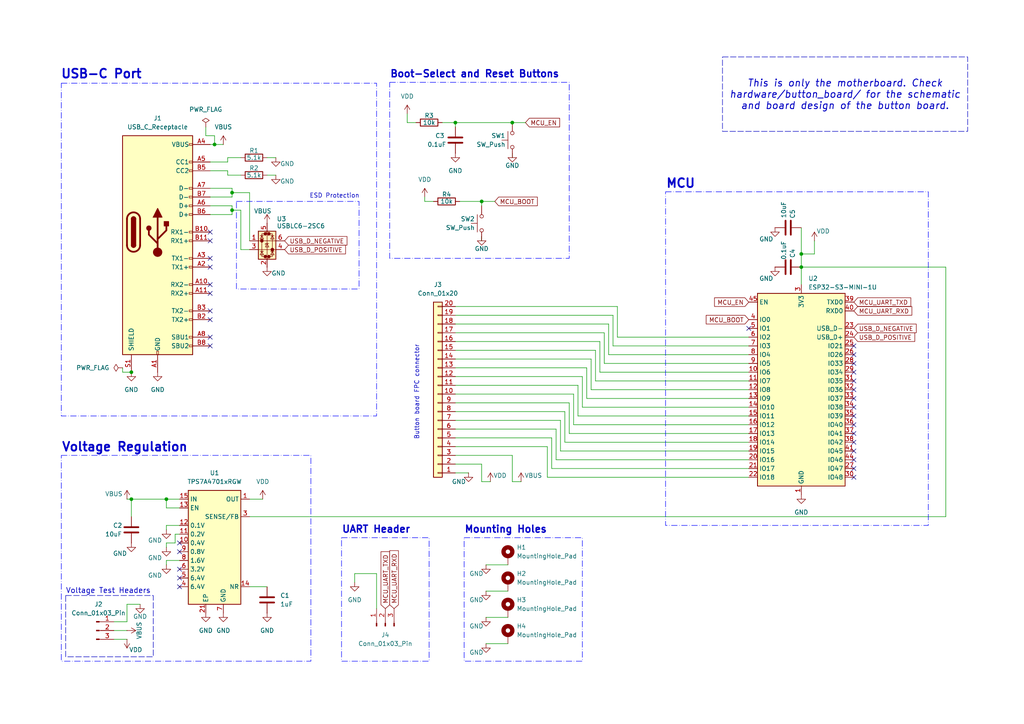
<source format=kicad_sch>
(kicad_sch (version 20250114) (generator "eeschema") (generator_version "9.0")
  (paper "A4")
  (title_block (title "NorthReach 1 - Motherboard") (date "2026-01-24") (rev "v1.0") (company "Stratos Thivaios") (comment 1 "CERN Open Hardware License v2 - Strongly Reciprocal") (comment 2 "Copyright © 2026 Stratos Thivaios") (comment 3 "github.com/sthivaios/northreach_1"))
  (lib_symbols
    (symbol "Connector:Conn_01x03_Pin" (pin_names (offset 1.016) (hide yes))
      (property "Reference" "J" (at 0 5.08 0))
      (property "Value" "Conn_01x03_Pin" (at 0 -5.08 0))
      (symbol "Conn_01x03_Pin_1_1"
        (rectangle (start 0.8636 2.667) (end 0 2.413) (stroke (width 0.1524)) (fill (type outline)))
        (rectangle (start 0.8636 0.127) (end 0 -0.127) (stroke (width 0.1524)) (fill (type outline)))
        (rectangle (start 0.8636 -2.413) (end 0 -2.667) (stroke (width 0.1524)) (fill (type outline)))
        (polyline (pts (xy 1.27 2.54) (xy 0.8636 2.54)) (stroke (width 0.1524)))
        (polyline (pts (xy 1.27 0) (xy 0.8636 0)) (stroke (width 0.1524)))
        (polyline (pts (xy 1.27 -2.54) (xy 0.8636 -2.54)) (stroke (width 0.1524)))
        (pin passive line (at 5.08 2.54 180) (length 3.81) (name "Pin_1") (number "1"))
        (pin passive line (at 5.08 0 180) (length 3.81) (name "Pin_2") (number "2"))
        (pin passive line (at 5.08 -2.54 180) (length 3.81) (name "Pin_3") (number "3"))
      )
    )
    (symbol "Connector:USB_C_Receptacle" (pin_names (offset 1.016))
      (property "Reference" "J" (at -10.16 29.21 0))
      (property "Value" "USB_C_Receptacle" (at 10.16 29.21 0))
      (symbol "USB_C_Receptacle_0_0"
        (rectangle (start -0.254 -35.56) (end 0.254 -34.544))
        (rectangle (start 10.16 25.654) (end 9.144 25.146))
        (rectangle (start 10.16 20.574) (end 9.144 20.066))
        (rectangle (start 10.16 18.034) (end 9.144 17.526))
        (rectangle (start 10.16 12.954) (end 9.144 12.446))
        (rectangle (start 10.16 10.414) (end 9.144 9.906))
        (rectangle (start 10.16 7.874) (end 9.144 7.366))
        (rectangle (start 10.16 5.334) (end 9.144 4.826))
        (rectangle (start 10.16 0.254) (end 9.144 -0.254))
        (rectangle (start 10.16 -2.286) (end 9.144 -2.794))
        (rectangle (start 10.16 -7.366) (end 9.144 -7.874))
        (rectangle (start 10.16 -9.906) (end 9.144 -10.414))
        (rectangle (start 10.16 -14.986) (end 9.144 -15.494))
        (rectangle (start 10.16 -17.526) (end 9.144 -18.034))
        (rectangle (start 10.16 -22.606) (end 9.144 -23.114))
        (rectangle (start 10.16 -25.146) (end 9.144 -25.654))
        (rectangle (start 10.16 -30.226) (end 9.144 -30.734))
        (rectangle (start 10.16 -32.766) (end 9.144 -33.274))
      )
      (symbol "USB_C_Receptacle_0_1"
        (rectangle (start -10.16 27.94) (end 10.16 -35.56) (stroke (width 0.254)) (fill (type background)))
        (polyline (pts (xy -8.89 -3.81) (xy -8.89 3.81)) (stroke (width 0.508)))
        (rectangle (start -7.62 -3.81) (end -6.35 3.81) (stroke (width 0.254)) (fill (type outline)))
        (arc (start -7.62 3.81) (mid -6.985 4.4423) (end -6.35 3.81) (stroke (width 0.254)))
        (arc (start -7.62 3.81) (mid -6.985 4.4423) (end -6.35 3.81) (stroke (width 0.254)) (fill (type outline)))
        (arc (start -8.89 3.81) (mid -6.985 5.7067) (end -5.08 3.81) (stroke (width 0.508)))
        (arc (start -5.08 -3.81) (mid -6.985 -5.7067) (end -8.89 -3.81) (stroke (width 0.508)))
        (arc (start -6.35 -3.81) (mid -6.985 -4.4423) (end -7.62 -3.81) (stroke (width 0.254)))
        (arc (start -6.35 -3.81) (mid -6.985 -4.4423) (end -7.62 -3.81) (stroke (width 0.254)) (fill (type outline)))
        (polyline (pts (xy -5.08 3.81) (xy -5.08 -3.81)) (stroke (width 0.508)))
      )
      (symbol "USB_C_Receptacle_1_1"
        (circle (center -2.54 1.143) (radius 0.635) (stroke (width 0.254)) (fill (type outline)))
        (polyline (pts (xy -1.27 4.318) (xy 0 6.858) (xy 1.27 4.318) (xy -1.27 4.318)) (stroke (width 0.254)) (fill (type outline)))
        (polyline (pts (xy 0 -2.032) (xy 2.54 0.508) (xy 2.54 1.778)) (stroke (width 0.508)))
        (polyline (pts (xy 0 -3.302) (xy -2.54 -0.762) (xy -2.54 0.508)) (stroke (width 0.508)))
        (polyline (pts (xy 0 -5.842) (xy 0 4.318)) (stroke (width 0.508)))
        (circle (center 0 -5.842) (radius 1.27) (fill (type outline)))
        (rectangle (start 1.905 1.778) (end 3.175 3.048) (stroke (width 0.254)) (fill (type outline)))
        (pin passive line (at -7.62 -40.64 90) (length 5.08) (name "SHIELD") (number "S1"))
        (pin passive line (at 0 -40.64 90) (length 5.08) (name "GND") (number "A1"))
        (pin passive line (at 0 -40.64 90) (length 5.08) (hide yes) (name "GND") (number "A12"))
        (pin passive line (at 0 -40.64 90) (length 5.08) (hide yes) (name "GND") (number "B1"))
        (pin passive line (at 0 -40.64 90) (length 5.08) (hide yes) (name "GND") (number "B12"))
        (pin passive line (at 15.24 25.4 180) (length 5.08) (name "VBUS") (number "A4"))
        (pin passive line (at 15.24 25.4 180) (length 5.08) (hide yes) (name "VBUS") (number "A9"))
        (pin passive line (at 15.24 25.4 180) (length 5.08) (hide yes) (name "VBUS") (number "B4"))
        (pin passive line (at 15.24 25.4 180) (length 5.08) (hide yes) (name "VBUS") (number "B9"))
        (pin bidirectional line (at 15.24 20.32 180) (length 5.08) (name "CC1") (number "A5"))
        (pin bidirectional line (at 15.24 17.78 180) (length 5.08) (name "CC2") (number "B5"))
        (pin bidirectional line (at 15.24 12.7 180) (length 5.08) (name "D-") (number "A7"))
        (pin bidirectional line (at 15.24 10.16 180) (length 5.08) (name "D-") (number "B7"))
        (pin bidirectional line (at 15.24 7.62 180) (length 5.08) (name "D+") (number "A6"))
        (pin bidirectional line (at 15.24 5.08 180) (length 5.08) (name "D+") (number "B6"))
        (pin bidirectional line (at 15.24 0 180) (length 5.08) (name "RX1-") (number "B10"))
        (pin bidirectional line (at 15.24 -2.54 180) (length 5.08) (name "RX1+") (number "B11"))
        (pin bidirectional line (at 15.24 -7.62 180) (length 5.08) (name "TX1-") (number "A3"))
        (pin bidirectional line (at 15.24 -10.16 180) (length 5.08) (name "TX1+") (number "A2"))
        (pin bidirectional line (at 15.24 -15.24 180) (length 5.08) (name "RX2-") (number "A10"))
        (pin bidirectional line (at 15.24 -17.78 180) (length 5.08) (name "RX2+") (number "A11"))
        (pin bidirectional line (at 15.24 -22.86 180) (length 5.08) (name "TX2-") (number "B3"))
        (pin bidirectional line (at 15.24 -25.4 180) (length 5.08) (name "TX2+") (number "B2"))
        (pin bidirectional line (at 15.24 -30.48 180) (length 5.08) (name "SBU1") (number "A8"))
        (pin bidirectional line (at 15.24 -33.02 180) (length 5.08) (name "SBU2") (number "B8"))
      )
    )
    (symbol "Connector_Generic:Conn_01x20" (pin_names (offset 1.016) (hide yes))
      (property "Reference" "J" (at 0 25.4 0))
      (property "Value" "Conn_01x20" (at 0 -27.94 0))
      (symbol "Conn_01x20_1_1"
        (rectangle (start -1.27 24.13) (end 1.27 -26.67) (stroke (width 0.254)) (fill (type background)))
        (rectangle (start -1.27 22.987) (end 0 22.733) (stroke (width 0.1524)))
        (rectangle (start -1.27 20.447) (end 0 20.193) (stroke (width 0.1524)))
        (rectangle (start -1.27 17.907) (end 0 17.653) (stroke (width 0.1524)))
        (rectangle (start -1.27 15.367) (end 0 15.113) (stroke (width 0.1524)))
        (rectangle (start -1.27 12.827) (end 0 12.573) (stroke (width 0.1524)))
        (rectangle (start -1.27 10.287) (end 0 10.033) (stroke (width 0.1524)))
        (rectangle (start -1.27 7.747) (end 0 7.493) (stroke (width 0.1524)))
        (rectangle (start -1.27 5.207) (end 0 4.953) (stroke (width 0.1524)))
        (rectangle (start -1.27 2.667) (end 0 2.413) (stroke (width 0.1524)))
        (rectangle (start -1.27 0.127) (end 0 -0.127) (stroke (width 0.1524)))
        (rectangle (start -1.27 -2.413) (end 0 -2.667) (stroke (width 0.1524)))
        (rectangle (start -1.27 -4.953) (end 0 -5.207) (stroke (width 0.1524)))
        (rectangle (start -1.27 -7.493) (end 0 -7.747) (stroke (width 0.1524)))
        (rectangle (start -1.27 -10.033) (end 0 -10.287) (stroke (width 0.1524)))
        (rectangle (start -1.27 -12.573) (end 0 -12.827) (stroke (width 0.1524)))
        (rectangle (start -1.27 -15.113) (end 0 -15.367) (stroke (width 0.1524)))
        (rectangle (start -1.27 -17.653) (end 0 -17.907) (stroke (width 0.1524)))
        (rectangle (start -1.27 -20.193) (end 0 -20.447) (stroke (width 0.1524)))
        (rectangle (start -1.27 -22.733) (end 0 -22.987) (stroke (width 0.1524)))
        (rectangle (start -1.27 -25.273) (end 0 -25.527) (stroke (width 0.1524)))
        (pin passive line (at -5.08 22.86 0) (length 3.81) (name "Pin_1") (number "1"))
        (pin passive line (at -5.08 20.32 0) (length 3.81) (name "Pin_2") (number "2"))
        (pin passive line (at -5.08 17.78 0) (length 3.81) (name "Pin_3") (number "3"))
        (pin passive line (at -5.08 15.24 0) (length 3.81) (name "Pin_4") (number "4"))
        (pin passive line (at -5.08 12.7 0) (length 3.81) (name "Pin_5") (number "5"))
        (pin passive line (at -5.08 10.16 0) (length 3.81) (name "Pin_6") (number "6"))
        (pin passive line (at -5.08 7.62 0) (length 3.81) (name "Pin_7") (number "7"))
        (pin passive line (at -5.08 5.08 0) (length 3.81) (name "Pin_8") (number "8"))
        (pin passive line (at -5.08 2.54 0) (length 3.81) (name "Pin_9") (number "9"))
        (pin passive line (at -5.08 0 0) (length 3.81) (name "Pin_10") (number "10"))
        (pin passive line (at -5.08 -2.54 0) (length 3.81) (name "Pin_11") (number "11"))
        (pin passive line (at -5.08 -5.08 0) (length 3.81) (name "Pin_12") (number "12"))
        (pin passive line (at -5.08 -7.62 0) (length 3.81) (name "Pin_13") (number "13"))
        (pin passive line (at -5.08 -10.16 0) (length 3.81) (name "Pin_14") (number "14"))
        (pin passive line (at -5.08 -12.7 0) (length 3.81) (name "Pin_15") (number "15"))
        (pin passive line (at -5.08 -15.24 0) (length 3.81) (name "Pin_16") (number "16"))
        (pin passive line (at -5.08 -17.78 0) (length 3.81) (name "Pin_17") (number "17"))
        (pin passive line (at -5.08 -20.32 0) (length 3.81) (name "Pin_18") (number "18"))
        (pin passive line (at -5.08 -22.86 0) (length 3.81) (name "Pin_19") (number "19"))
        (pin passive line (at -5.08 -25.4 0) (length 3.81) (name "Pin_20") (number "20"))
      )
    )
    (symbol "Device:C" (pin_numbers (hide yes)) (pin_names (offset 0.254))
      (property "Reference" "C" (at 0.635 2.54 0))
      (property "Value" "C" (at 0.635 -2.54 0))
      (symbol "C_0_1"
        (polyline (pts (xy -2.032 0.762) (xy 2.032 0.762)) (stroke (width 0.508)))
        (polyline (pts (xy -2.032 -0.762) (xy 2.032 -0.762)) (stroke (width 0.508)))
      )
      (symbol "C_1_1"
        (pin passive line (at 0 3.81 270) (length 2.794) (name "~") (number "1"))
        (pin passive line (at 0 -3.81 90) (length 2.794) (name "~") (number "2"))
      )
    )
    (symbol "Device:R" (pin_numbers (hide yes)) (pin_names (offset 0))
      (property "Reference" "R" (at 2.032 0 90))
      (property "Value" "R" (at 0 0 90))
      (symbol "R_0_1"
        (rectangle (start -1.016 -2.54) (end 1.016 2.54) (stroke (width 0.254)))
      )
      (symbol "R_1_1"
        (pin passive line (at 0 3.81 270) (length 1.27) (name "~") (number "1"))
        (pin passive line (at 0 -3.81 90) (length 1.27) (name "~") (number "2"))
      )
    )
    (symbol "Mechanical:MountingHole_Pad" (pin_numbers (hide yes)) (pin_names (offset 1.016) (hide yes)) (in_bom no)
      (property "Reference" "H" (at 0 6.35 0))
      (property "Value" "MountingHole_Pad" (at 0 4.445 0))
      (symbol "MountingHole_Pad_0_1"
        (circle (center 0 1.27) (radius 1.27) (stroke (width 1.27)))
      )
      (symbol "MountingHole_Pad_1_1"
        (pin input line (at 0 -2.54 90) (length 2.54) (name "1") (number "1"))
      )
    )
    (symbol "Power_Protection:USBLC6-2SC6" (pin_names (hide yes))
      (property "Reference" "U" (at 0.635 5.715 0))
      (property "Value" "USBLC6-2SC6" (at 0.635 3.81 0))
      (symbol "USBLC6-2SC6_0_0"
        (circle (center -1.524 0) (radius 0.0001) (stroke (width 0.508)))
        (circle (center -0.508 2.032) (radius 0.0001) (stroke (width 0.508)))
        (circle (center -0.508 -4.572) (radius 0.0001) (stroke (width 0.508)))
        (circle (center 0.508 2.032) (radius 0.0001) (stroke (width 0.508)))
        (circle (center 0.508 -4.572) (radius 0.0001) (stroke (width 0.508)))
        (circle (center 1.524 -2.54) (radius 0.0001) (stroke (width 0.508)))
      )
      (symbol "USBLC6-2SC6_0_1"
        (polyline (pts (xy -2.54 0) (xy 2.54 0)))
        (polyline (pts (xy -2.54 -2.54) (xy 2.54 -2.54)))
        (polyline (pts (xy -2.032 0.508) (xy -1.016 0.508) (xy -1.524 1.524) (xy -2.032 0.508)))
        (polyline (pts (xy -2.032 -3.048) (xy -1.016 -3.048)))
        (polyline (pts (xy -1.016 1.524) (xy -2.032 1.524)))
        (polyline (pts (xy -1.016 -4.064) (xy -2.032 -4.064) (xy -1.524 -3.048) (xy -1.016 -4.064)))
        (polyline (pts (xy -0.508 -1.143) (xy -0.508 -0.762) (xy 0.508 -0.762)))
        (polyline (pts (xy 0 2.54) (xy -0.508 2.032) (xy 0.508 2.032) (xy 0 1.524) (xy 0 -4.064) (xy -0.508 -4.572) (xy 0.508 -4.572) (xy 0 -5.08)))
        (polyline (pts (xy 0.508 -1.778) (xy -0.508 -1.778) (xy 0 -0.762) (xy 0.508 -1.778)))
        (polyline (pts (xy 1.016 1.524) (xy 2.032 1.524)))
        (polyline (pts (xy 1.016 -3.048) (xy 2.032 -3.048)))
        (polyline (pts (xy 2.032 0.508) (xy 1.016 0.508) (xy 1.524 1.524) (xy 2.032 0.508)))
        (polyline (pts (xy 2.032 -4.064) (xy 1.016 -4.064) (xy 1.524 -3.048) (xy 2.032 -4.064)))
      )
      (symbol "USBLC6-2SC6_1_1"
        (rectangle (start -2.54 2.794) (end 2.54 -5.334) (stroke (width 0.254)) (fill (type background)))
        (polyline (pts (xy -0.508 2.032) (xy -1.524 2.032) (xy -1.524 -4.572) (xy -0.508 -4.572)))
        (polyline (pts (xy 0.508 -4.572) (xy 1.524 -4.572) (xy 1.524 2.032) (xy 0.508 2.032)))
        (pin passive line (at -5.08 0 0) (length 2.54) (name "I/O1") (number "1"))
        (pin passive line (at -5.08 -2.54 0) (length 2.54) (name "I/O2") (number "3"))
        (pin passive line (at 0 5.08 270) (length 2.54) (name "VBUS") (number "5"))
        (pin passive line (at 0 -7.62 90) (length 2.54) (name "GND") (number "2"))
        (pin passive line (at 5.08 0 180) (length 2.54) (name "I/O1") (number "6"))
        (pin passive line (at 5.08 -2.54 180) (length 2.54) (name "I/O2") (number "4"))
      )
    )
    (symbol "RF_Module:ESP32-S3-MINI-1U"
      (property "Reference" "U" (at -11.43 29.21 0))
      (property "Value" "ESP32-S3-MINI-1U" (at 12.7 29.21 0))
      (symbol "ESP32-S3-MINI-1U_0_1"
        (rectangle (start -12.7 27.94) (end 12.7 -27.94) (stroke (width 0.254)) (fill (type background)))
      )
      (symbol "ESP32-S3-MINI-1U_1_1"
        (pin input line (at -15.24 25.4 0) (length 2.54) (name "EN") (number "45"))
        (pin bidirectional line (at -15.24 20.32 0) (length 2.54) (name "IO0") (number "4"))
        (pin bidirectional line (at -15.24 17.78 0) (length 2.54) (name "IO1") (number "5"))
        (pin bidirectional line (at -15.24 15.24 0) (length 2.54) (name "IO2") (number "6"))
        (pin bidirectional line (at -15.24 12.7 0) (length 2.54) (name "IO3") (number "7"))
        (pin bidirectional line (at -15.24 10.16 0) (length 2.54) (name "IO4") (number "8"))
        (pin bidirectional line (at -15.24 7.62 0) (length 2.54) (name "IO5") (number "9"))
        (pin bidirectional line (at -15.24 5.08 0) (length 2.54) (name "IO6") (number "10"))
        (pin bidirectional line (at -15.24 2.54 0) (length 2.54) (name "IO7") (number "11"))
        (pin bidirectional line (at -15.24 0 0) (length 2.54) (name "IO8") (number "12"))
        (pin bidirectional line (at -15.24 -2.54 0) (length 2.54) (name "IO9") (number "13"))
        (pin bidirectional line (at -15.24 -5.08 0) (length 2.54) (name "IO10") (number "14"))
        (pin bidirectional line (at -15.24 -7.62 0) (length 2.54) (name "IO11") (number "15"))
        (pin bidirectional line (at -15.24 -10.16 0) (length 2.54) (name "IO12") (number "16"))
        (pin bidirectional line (at -15.24 -12.7 0) (length 2.54) (name "IO13") (number "17"))
        (pin bidirectional line (at -15.24 -15.24 0) (length 2.54) (name "IO14") (number "18"))
        (pin bidirectional line (at -15.24 -17.78 0) (length 2.54) (name "IO15") (number "19"))
        (pin bidirectional line (at -15.24 -20.32 0) (length 2.54) (name "IO16") (number "20"))
        (pin bidirectional line (at -15.24 -22.86 0) (length 2.54) (name "IO17") (number "21"))
        (pin bidirectional line (at -15.24 -25.4 0) (length 2.54) (name "IO18") (number "22"))
        (pin power_in line (at 0 30.48 270) (length 2.54) (name "3V3") (number "3"))
        (pin power_in line (at 0 -30.48 90) (length 2.54) (name "GND") (number "1"))
        (pin passive line (at 0 -30.48 90) (length 2.54) (hide yes) (name "GND") (number "2"))
        (pin passive line (at 0 -30.48 90) (length 2.54) (hide yes) (name "GND") (number "42"))
        (pin passive line (at 0 -30.48 90) (length 2.54) (hide yes) (name "GND") (number "43"))
        (pin passive line (at 0 -30.48 90) (length 2.54) (hide yes) (name "GND") (number "46"))
        (pin passive line (at 0 -30.48 90) (length 2.54) (hide yes) (name "GND") (number "47"))
        (pin passive line (at 0 -30.48 90) (length 2.54) (hide yes) (name "GND") (number "48"))
        (pin passive line (at 0 -30.48 90) (length 2.54) (hide yes) (name "GND") (number "49"))
        (pin passive line (at 0 -30.48 90) (length 2.54) (hide yes) (name "GND") (number "50"))
        (pin passive line (at 0 -30.48 90) (length 2.54) (hide yes) (name "GND") (number "51"))
        (pin passive line (at 0 -30.48 90) (length 2.54) (hide yes) (name "GND") (number "52"))
        (pin passive line (at 0 -30.48 90) (length 2.54) (hide yes) (name "GND") (number "53"))
        (pin passive line (at 0 -30.48 90) (length 2.54) (hide yes) (name "GND") (number "54"))
        (pin passive line (at 0 -30.48 90) (length 2.54) (hide yes) (name "GND") (number "55"))
        (pin passive line (at 0 -30.48 90) (length 2.54) (hide yes) (name "GND") (number "56"))
        (pin passive line (at 0 -30.48 90) (length 2.54) (hide yes) (name "GND") (number "57"))
        (pin passive line (at 0 -30.48 90) (length 2.54) (hide yes) (name "GND") (number "58"))
        (pin passive line (at 0 -30.48 90) (length 2.54) (hide yes) (name "GND") (number "59"))
        (pin passive line (at 0 -30.48 90) (length 2.54) (hide yes) (name "GND") (number "60"))
        (pin passive line (at 0 -30.48 90) (length 2.54) (hide yes) (name "GND") (number "61"))
        (pin passive line (at 0 -30.48 90) (length 2.54) (hide yes) (name "GND") (number "62"))
        (pin passive line (at 0 -30.48 90) (length 2.54) (hide yes) (name "GND") (number "63"))
        (pin passive line (at 0 -30.48 90) (length 2.54) (hide yes) (name "GND") (number "64"))
        (pin passive line (at 0 -30.48 90) (length 2.54) (hide yes) (name "GND") (number "65"))
        (pin bidirectional line (at 15.24 25.4 180) (length 2.54) (name "TXD0") (number "39"))
        (pin bidirectional line (at 15.24 22.86 180) (length 2.54) (name "RXD0") (number "40"))
        (pin bidirectional line (at 15.24 17.78 180) (length 2.54) (name "USB_D-") (number "23"))
        (pin bidirectional line (at 15.24 15.24 180) (length 2.54) (name "USB_D+") (number "24"))
        (pin bidirectional line (at 15.24 12.7 180) (length 2.54) (name "IO21") (number "25"))
        (pin bidirectional line (at 15.24 10.16 180) (length 2.54) (name "IO26") (number "26"))
        (pin bidirectional line (at 15.24 7.62 180) (length 2.54) (name "IO33") (number "28"))
        (pin bidirectional line (at 15.24 5.08 180) (length 2.54) (name "IO34") (number "29"))
        (pin bidirectional line (at 15.24 2.54 180) (length 2.54) (name "IO35") (number "31"))
        (pin bidirectional line (at 15.24 0 180) (length 2.54) (name "IO36") (number "32"))
        (pin bidirectional line (at 15.24 -2.54 180) (length 2.54) (name "IO37") (number "33"))
        (pin bidirectional line (at 15.24 -5.08 180) (length 2.54) (name "IO38") (number "34"))
        (pin bidirectional line (at 15.24 -7.62 180) (length 2.54) (name "IO39") (number "35"))
        (pin bidirectional line (at 15.24 -10.16 180) (length 2.54) (name "IO40") (number "36"))
        (pin bidirectional line (at 15.24 -12.7 180) (length 2.54) (name "IO41") (number "37"))
        (pin bidirectional line (at 15.24 -15.24 180) (length 2.54) (name "IO42") (number "38"))
        (pin bidirectional line (at 15.24 -17.78 180) (length 2.54) (name "IO45") (number "41"))
        (pin bidirectional line (at 15.24 -20.32 180) (length 2.54) (name "IO46") (number "44"))
        (pin bidirectional line (at 15.24 -22.86 180) (length 2.54) (name "IO47") (number "27"))
        (pin bidirectional line (at 15.24 -25.4 180) (length 2.54) (name "IO48") (number "30"))
      )
    )
    (symbol "Regulator_Linear:TPS7A4701xRGW"
      (property "Reference" "U" (at -6.35 19.05 0))
      (property "Value" "TPS7A4701xRGW" (at 3.81 19.05 0))
      (symbol "TPS7A4701xRGW_0_1"
        (rectangle (start -7.62 17.78) (end 7.62 -15.24) (stroke (width 0.254)) (fill (type background)))
      )
      (symbol "TPS7A4701xRGW_1_1"
        (pin power_in line (at -10.16 15.24 0) (length 2.54) (name "IN") (number "15"))
        (pin passive line (at -10.16 15.24 0) (length 2.54) (hide yes) (name "IN") (number "16"))
        (pin input line (at -10.16 12.7 0) (length 2.54) (name "EN") (number "13"))
        (pin input line (at -10.16 7.62 0) (length 2.54) (name "0.1V") (number "12"))
        (pin input line (at -10.16 5.08 0) (length 2.54) (name "0.2V") (number "11"))
        (pin input line (at -10.16 2.54 0) (length 2.54) (name "0.4V") (number "10"))
        (pin input line (at -10.16 0 0) (length 2.54) (name "0.8V") (number "9"))
        (pin input line (at -10.16 -2.54 0) (length 2.54) (name "1.6V") (number "8"))
        (pin input line (at -10.16 -5.08 0) (length 2.54) (name "3.2V") (number "6"))
        (pin input line (at -10.16 -7.62 0) (length 2.54) (name "6.4V") (number "5"))
        (pin input line (at -10.16 -10.16 0) (length 2.54) (name "6.4V") (number "4"))
        (pin passive line (at -2.54 -17.78 90) (length 2.54) (name "EP") (number "21"))
        (pin power_in line (at 2.54 -17.78 90) (length 2.54) (name "GND") (number "7"))
        (pin power_out line (at 10.16 15.24 180) (length 2.54) (name "OUT") (number "1"))
        (pin power_out line (at 10.16 15.24 180) (length 2.54) (hide yes) (name "OUT") (number "20"))
        (pin input line (at 10.16 10.16 180) (length 2.54) (name "SENSE/FB") (number "3"))
        (pin passive line (at 10.16 -10.16 180) (length 2.54) (name "NR") (number "14"))
      )
    )
    (symbol "Switch:SW_Push" (pin_numbers (hide yes)) (pin_names (offset 1.016) (hide yes))
      (property "Reference" "SW" (at 1.27 2.54 0))
      (property "Value" "SW_Push" (at 0 -1.524 0))
      (symbol "SW_Push_0_1"
        (circle (center -2.032 0) (radius 0.508))
        (polyline (pts (xy 0 1.27) (xy 0 3.048)))
        (circle (center 2.032 0) (radius 0.508))
        (polyline (pts (xy 2.54 1.27) (xy -2.54 1.27)))
        (pin passive line (at -5.08 0 0) (length 2.54) (name "1") (number "1"))
        (pin passive line (at 5.08 0 180) (length 2.54) (name "2") (number "2"))
      )
    )
    (symbol "power:GND" (power) (pin_numbers (hide yes)) (pin_names (offset 0) (hide yes))
      (property "Value" "GND" (at 0 -3.81 0))
      (symbol "GND_0_1"
        (polyline (pts (xy 0 0) (xy 0 -1.27) (xy 1.27 -1.27) (xy 0 -2.54) (xy -1.27 -1.27) (xy 0 -1.27)))
      )
      (symbol "GND_1_1"
        (pin power_in line (at 0 0 270) (length 0) (name "~") (number "1"))
      )
    )
    (symbol "power:PWR_FLAG" (power) (pin_numbers (hide yes)) (pin_names (offset 0) (hide yes))
      (property "Value" "PWR_FLAG" (at 0 3.81 0))
      (symbol "PWR_FLAG_0_0"
        (pin power_out line (at 0 0 90) (length 0) (name "~") (number "1"))
      )
      (symbol "PWR_FLAG_0_1"
        (polyline (pts (xy 0 0) (xy 0 1.27) (xy -1.016 1.905) (xy 0 2.54) (xy 1.016 1.905) (xy 0 1.27)))
      )
    )
    (symbol "power:VBUS" (power) (pin_numbers (hide yes)) (pin_names (offset 0) (hide yes))
      (property "Value" "VBUS" (at 0 3.556 0))
      (symbol "VBUS_0_1"
        (polyline (pts (xy -0.762 1.27) (xy 0 2.54)))
        (polyline (pts (xy 0 2.54) (xy 0.762 1.27)))
        (polyline (pts (xy 0 0) (xy 0 2.54)))
      )
      (symbol "VBUS_1_1"
        (pin power_in line (at 0 0 90) (length 0) (name "~") (number "1"))
      )
    )
    (symbol "power:VDD" (power) (pin_numbers (hide yes)) (pin_names (offset 0) (hide yes))
      (property "Value" "VDD" (at 0 3.556 0))
      (symbol "VDD_0_1"
        (polyline (pts (xy -0.762 1.27) (xy 0 2.54)))
        (polyline (pts (xy 0 2.54) (xy 0.762 1.27)))
        (polyline (pts (xy 0 0) (xy 0 2.54)))
      )
      (symbol "VDD_1_1"
        (pin power_in line (at 0 0 90) (length 0) (name "~") (number "1"))
      )
    )
  )
  (rectangle (start 193.04 55.626) (end 269.24 152.4) (stroke (width 0) (type dash_dot) (color 0 1 255 1)))
  (rectangle (start 19.05 172.72) (end 44.45 190.5) (stroke (width 0) (type dash)))
  (rectangle (start 134.62 155.956) (end 168.91 191.77) (stroke (width 0) (type dash_dot) (color 0 1 255 1)))
  (rectangle (start 17.78 24.13) (end 109.22 120.65) (stroke (width 0) (type dash_dot) (color 0 1 255 1)))
  (rectangle (start 113.03 23.876) (end 165.1 74.93) (stroke (width 0) (type dash_dot) (color 0 1 255 1)))
  (rectangle (start 68.58 58.42) (end 104.14 83.82) (stroke (width 0) (type dash_dot) (color 0 1 255 1)))
  (rectangle (start 17.78 132.08) (end 90.17 191.77) (stroke (width 0) (type dash_dot) (color 0 1 255 1)))
  (rectangle (start 99.06 155.956) (end 124.46 191.77) (stroke (width 0) (type dash_dot) (color 0 1 255 1)))
  (text "Voltage Regulation" (at 17.78 129.794 0) (effects (font (size 2.54 2.54) (thickness 0.508) (bold yes)) (justify left)))
  (text "Voltage Test Headers" (at 19.05 171.45 0) (effects (font (size 1.524 1.524) (thickness 0.1905)) (justify left)))
  (text "Mounting Holes" (at 134.62 153.67 0) (effects (font (size 2.032 2.032) (thickness 0.4064) (bold yes)) (justify left)))
  (text "UART Header" (at 99.06 153.67 0) (effects (font (size 2.032 2.032) (thickness 0.4064) (bold yes)) (justify left)))
  (text "Boot-Select and Reset Buttons" (at 113.03 21.59 0) (effects (font (size 2.032 2.032) (thickness 0.4064) (bold yes)) (justify left)))
  (text "Button board FPC connector" (at 120.904 113.792 90) (effects (font (size 1.27 1.27))))
  (text "MCU" (at 193.04 53.34 0) (effects (font (size 2.54 2.54) (thickness 0.508) (bold yes)) (justify left)))
  (text "ESD Protection" (at 97.028 56.896 0) (effects (font (size 1.27 1.27))))
  (text "USB-C Port" (at 17.526 21.59 0) (effects (font (size 2.54 2.54) (thickness 0.508) (bold yes)) (justify left)))
  (text_box "This is only the motherboard. Check hardware/button_board/ for the schematic and board design of the button board." (at 209.55 16.51 0) (size 71.12 21.59) (margins 0.9525 0.9525 0.9525 0.9525) (stroke (width 0) (type dash)) (effects (font (size 2.032 2.032) (thickness 0.254) (italic yes))))
  (junction (at 38.1 144.78))
  (junction (at 139.7 58.42))
  (junction (at 38.1 107.95))
  (junction (at 232.41 77.47))
  (junction (at 62.23 41.91))
  (junction (at 148.59 35.56))
  (junction (at 232.41 73.66))
  (junction (at 67.31 60.96))
  (junction (at 67.31 55.88))
  (junction (at 132.08 35.56))
  (junction (at 48.26 144.78))
  (no_connect (at 247.65 115.57))
  (no_connect (at 247.65 100.33))
  (no_connect (at 52.07 165.1))
  (no_connect (at 247.65 120.65))
  (no_connect (at 247.65 133.35))
  (no_connect (at 52.07 157.48))
  (no_connect (at 247.65 102.87))
  (no_connect (at 60.96 90.17))
  (no_connect (at 247.65 107.95))
  (no_connect (at 247.65 130.81))
  (no_connect (at 60.96 77.47))
  (no_connect (at 247.65 138.43))
  (no_connect (at 52.07 160.02))
  (no_connect (at 60.96 100.33))
  (no_connect (at 247.65 113.03))
  (no_connect (at 60.96 67.31))
  (no_connect (at 52.07 167.64))
  (no_connect (at 60.96 92.71))
  (no_connect (at 247.65 123.19))
  (no_connect (at 247.65 118.11))
  (no_connect (at 247.65 105.41))
  (no_connect (at 52.07 170.18))
  (no_connect (at 247.65 125.73))
  (no_connect (at 60.96 69.85))
  (no_connect (at 60.96 82.55))
  (no_connect (at 60.96 74.93))
  (no_connect (at 247.65 110.49))
  (no_connect (at 60.96 85.09))
  (no_connect (at 60.96 97.79))
  (no_connect (at 247.65 135.89))
  (no_connect (at 247.65 128.27))
  (no_connect (at 217.17 95.25))
  (wire (pts (xy 140.97 186.69) (xy 147.32 186.69)))
  (wire (pts (xy 60.96 49.53) (xy 66.04 49.53)))
  (wire (pts (xy 60.96 54.61) (xy 67.31 54.61)))
  (wire (pts (xy 132.08 36.83) (xy 132.08 35.56)))
  (wire (pts (xy 165.1 116.84) (xy 165.1 125.73)))
  (wire (pts (xy 132.08 121.92) (xy 162.56 121.92)))
  (wire (pts (xy 132.08 88.9) (xy 179.07 88.9)))
  (wire (pts (xy 132.08 96.52) (xy 175.26 96.52)))
  (wire (pts (xy 72.39 144.78) (xy 76.2 144.78)))
  (wire (pts (xy 139.7 134.62) (xy 139.7 139.7)))
  (wire (pts (xy 67.31 55.88) (xy 67.31 57.15)))
  (wire (pts (xy 67.31 57.15) (xy 60.96 57.15)))
  (wire (pts (xy 132.08 101.6) (xy 172.72 101.6)))
  (wire (pts (xy 118.11 33.02) (xy 118.11 35.56)))
  (wire (pts (xy 50.8 154.94) (xy 52.07 154.94)))
  (wire (pts (xy 171.45 113.03) (xy 217.17 113.03)))
  (wire (pts (xy 132.08 134.62) (xy 139.7 134.62)))
  (wire (pts (xy 60.96 59.69) (xy 67.31 59.69)))
  (wire (pts (xy 132.08 132.08) (xy 148.59 132.08)))
  (wire (pts (xy 52.07 162.56) (xy 48.26 162.56)))
  (wire (pts (xy 59.69 39.37) (xy 62.23 39.37)))
  (wire (pts (xy 274.32 149.86) (xy 72.39 149.86)))
  (wire (pts (xy 132.08 106.68) (xy 170.18 106.68)))
  (wire (pts (xy 175.26 105.41) (xy 217.17 105.41)))
  (wire (pts (xy 166.37 114.3) (xy 166.37 123.19)))
  (wire (pts (xy 161.29 124.46) (xy 161.29 133.35)))
  (wire (pts (xy 38.1 149.86) (xy 38.1 144.78)))
  (wire (pts (xy 33.02 185.42) (xy 36.83 185.42)))
  (wire (pts (xy 179.07 97.79) (xy 217.17 97.79)))
  (wire (pts (xy 59.69 36.83) (xy 59.69 39.37)))
  (wire (pts (xy 163.83 128.27) (xy 217.17 128.27)))
  (wire (pts (xy 173.99 107.95) (xy 217.17 107.95)))
  (wire (pts (xy 179.07 88.9) (xy 179.07 97.79)))
  (wire (pts (xy 67.31 55.88) (xy 72.39 55.88)))
  (wire (pts (xy 166.37 123.19) (xy 217.17 123.19)))
  (wire (pts (xy 123.19 58.42) (xy 125.73 58.42)))
  (wire (pts (xy 173.99 99.06) (xy 173.99 107.95)))
  (wire (pts (xy 48.26 147.32) (xy 48.26 144.78)))
  (wire (pts (xy 48.26 144.78) (xy 52.07 144.78)))
  (wire (pts (xy 163.83 119.38) (xy 163.83 128.27)))
  (wire (pts (xy 38.1 144.78) (xy 48.26 144.78)))
  (wire (pts (xy 33.02 180.34) (xy 36.83 180.34)))
  (wire (pts (xy 69.85 60.96) (xy 69.85 72.39)))
  (wire (pts (xy 148.59 35.56) (xy 152.4 35.56)))
  (wire (pts (xy 102.87 166.37) (xy 102.87 168.91)))
  (wire (pts (xy 161.29 133.35) (xy 217.17 133.35)))
  (wire (pts (xy 171.45 104.14) (xy 171.45 113.03)))
  (wire (pts (xy 66.04 50.8) (xy 69.85 50.8)))
  (wire (pts (xy 118.11 35.56) (xy 120.65 35.56)))
  (wire (pts (xy 35.56 107.95) (xy 38.1 107.95)))
  (wire (pts (xy 162.56 121.92) (xy 162.56 130.81)))
  (wire (pts (xy 236.22 69.85) (xy 236.22 73.66)))
  (wire (pts (xy 48.26 153.67) (xy 48.26 152.4)))
  (wire (pts (xy 132.08 35.56) (xy 148.59 35.56)))
  (wire (pts (xy 109.22 166.37) (xy 102.87 166.37)))
  (wire (pts (xy 60.96 41.91) (xy 62.23 41.91)))
  (wire (pts (xy 66.04 46.99) (xy 66.04 45.72)))
  (wire (pts (xy 139.7 139.7) (xy 142.24 139.7)))
  (wire (pts (xy 140.97 179.07) (xy 147.32 179.07)))
  (wire (pts (xy 36.83 175.26) (xy 40.64 175.26)))
  (wire (pts (xy 167.64 120.65) (xy 217.17 120.65)))
  (wire (pts (xy 132.08 116.84) (xy 165.1 116.84)))
  (wire (pts (xy 36.83 180.34) (xy 36.83 175.26)))
  (wire (pts (xy 132.08 93.98) (xy 176.53 93.98)))
  (wire (pts (xy 139.7 69.85) (xy 139.7 68.58)))
  (wire (pts (xy 232.41 77.47) (xy 232.41 82.55)))
  (wire (pts (xy 148.59 45.72) (xy 148.59 44.45)))
  (wire (pts (xy 170.18 115.57) (xy 217.17 115.57)))
  (wire (pts (xy 148.59 132.08) (xy 148.59 139.7)))
  (wire (pts (xy 132.08 137.16) (xy 135.89 137.16)))
  (wire (pts (xy 168.91 118.11) (xy 217.17 118.11)))
  (wire (pts (xy 36.83 144.78) (xy 38.1 144.78)))
  (wire (pts (xy 236.22 73.66) (xy 232.41 73.66)))
  (wire (pts (xy 52.07 147.32) (xy 48.26 147.32)))
  (wire (pts (xy 60.96 46.99) (xy 66.04 46.99)))
  (wire (pts (xy 232.41 77.47) (xy 274.32 77.47)))
  (wire (pts (xy 232.41 73.66) (xy 232.41 77.47)))
  (wire (pts (xy 132.08 99.06) (xy 173.99 99.06)))
  (wire (pts (xy 77.47 45.72) (xy 80.01 45.72)))
  (wire (pts (xy 232.41 66.04) (xy 232.41 73.66)))
  (wire (pts (xy 158.75 138.43) (xy 217.17 138.43)))
  (wire (pts (xy 50.8 157.48) (xy 50.8 154.94)))
  (wire (pts (xy 48.26 152.4) (xy 52.07 152.4)))
  (wire (pts (xy 66.04 49.53) (xy 66.04 50.8)))
  (wire (pts (xy 177.8 100.33) (xy 217.17 100.33)))
  (wire (pts (xy 168.91 109.22) (xy 168.91 118.11)))
  (wire (pts (xy 72.39 170.18) (xy 77.47 170.18)))
  (wire (pts (xy 172.72 110.49) (xy 217.17 110.49)))
  (wire (pts (xy 67.31 60.96) (xy 67.31 62.23)))
  (wire (pts (xy 139.7 58.42) (xy 139.7 59.69)))
  (wire (pts (xy 132.08 109.22) (xy 168.91 109.22)))
  (wire (pts (xy 77.47 50.8) (xy 80.01 50.8)))
  (wire (pts (xy 132.08 91.44) (xy 177.8 91.44)))
  (wire (pts (xy 133.35 58.42) (xy 139.7 58.42)))
  (wire (pts (xy 176.53 93.98) (xy 176.53 102.87)))
  (wire (pts (xy 132.08 114.3) (xy 166.37 114.3)))
  (wire (pts (xy 140.97 171.45) (xy 147.32 171.45)))
  (wire (pts (xy 132.08 119.38) (xy 163.83 119.38)))
  (wire (pts (xy 132.08 111.76) (xy 167.64 111.76)))
  (wire (pts (xy 62.23 41.91) (xy 64.77 41.91)))
  (wire (pts (xy 132.08 124.46) (xy 161.29 124.46)))
  (wire (pts (xy 48.26 158.75) (xy 48.26 157.48)))
  (wire (pts (xy 158.75 129.54) (xy 158.75 138.43)))
  (wire (pts (xy 167.64 111.76) (xy 167.64 120.65)))
  (wire (pts (xy 217.17 135.89) (xy 160.02 135.89)))
  (wire (pts (xy 139.7 58.42) (xy 143.51 58.42)))
  (wire (pts (xy 66.04 45.72) (xy 69.85 45.72)))
  (wire (pts (xy 175.26 96.52) (xy 175.26 105.41)))
  (wire (pts (xy 35.56 106.68) (xy 35.56 107.95)))
  (wire (pts (xy 72.39 55.88) (xy 72.39 69.85)))
  (wire (pts (xy 62.23 39.37) (xy 62.23 41.91)))
  (wire (pts (xy 36.83 182.88) (xy 33.02 182.88)))
  (wire (pts (xy 132.08 129.54) (xy 158.75 129.54)))
  (wire (pts (xy 128.27 35.56) (xy 132.08 35.56)))
  (wire (pts (xy 274.32 77.47) (xy 274.32 149.86)))
  (wire (pts (xy 162.56 130.81) (xy 217.17 130.81)))
  (wire (pts (xy 67.31 62.23) (xy 60.96 62.23)))
  (wire (pts (xy 67.31 59.69) (xy 67.31 60.96)))
  (wire (pts (xy 69.85 72.39) (xy 72.39 72.39)))
  (wire (pts (xy 48.26 157.48) (xy 50.8 157.48)))
  (wire (pts (xy 123.19 57.15) (xy 123.19 58.42)))
  (wire (pts (xy 176.53 102.87) (xy 217.17 102.87)))
  (wire (pts (xy 132.08 104.14) (xy 171.45 104.14)))
  (wire (pts (xy 160.02 135.89) (xy 160.02 127)))
  (wire (pts (xy 140.97 163.83) (xy 147.32 163.83)))
  (wire (pts (xy 170.18 106.68) (xy 170.18 115.57)))
  (wire (pts (xy 109.22 176.53) (xy 109.22 166.37)))
  (wire (pts (xy 67.31 60.96) (xy 69.85 60.96)))
  (wire (pts (xy 48.26 162.56) (xy 48.26 163.83)))
  (wire (pts (xy 160.02 127) (xy 132.08 127)))
  (wire (pts (xy 177.8 91.44) (xy 177.8 100.33)))
  (wire (pts (xy 172.72 101.6) (xy 172.72 110.49)))
  (wire (pts (xy 67.31 54.61) (xy 67.31 55.88)))
  (wire (pts (xy 165.1 125.73) (xy 217.17 125.73)))
  (wire (pts (xy 148.59 139.7) (xy 151.13 139.7)))
  (global_label "MCU_UART_TXD" (shape input) (at 247.65 87.63 0) (property "Intersheetrefs" "${INTERSHEET_REFS}" (effects (hide yes))))
  (global_label "MCU_BOOT" (shape input) (at 217.17 92.71 180) (effects (font (thickness 0.1588))) (property "Intersheetrefs" "${INTERSHEET_REFS}" (effects (hide yes))))
  (global_label "MCU_UART_RXD" (shape input) (at 247.65 90.17 0) (property "Intersheetrefs" "${INTERSHEET_REFS}" (effects (hide yes))))
  (global_label "USB_D_NEGATIVE" (shape input) (at 82.55 69.85 0) (property "Intersheetrefs" "${INTERSHEET_REFS}" (effects (hide yes))))
  (global_label "MCU_EN" (shape input) (at 152.4 35.56 0) (effects (font (thickness 0.1588))) (property "Intersheetrefs" "${INTERSHEET_REFS}" (effects (hide yes))))
  (global_label "MCU_UART_RXD" (shape input) (at 114.3 176.53 90) (property "Intersheetrefs" "${INTERSHEET_REFS}" (effects (hide yes))))
  (global_label "USB_D_POSITIVE" (shape input) (at 82.55 72.39 0) (property "Intersheetrefs" "${INTERSHEET_REFS}" (effects (hide yes))))
  (global_label "MCU_BOOT" (shape input) (at 143.51 58.42 0) (effects (font (thickness 0.1588))) (property "Intersheetrefs" "${INTERSHEET_REFS}" (effects (hide yes))))
  (global_label "MCU_UART_TXD" (shape input) (at 111.76 176.53 90) (property "Intersheetrefs" "${INTERSHEET_REFS}" (effects (hide yes))))
  (global_label "USB_D_POSITIVE" (shape input) (at 247.65 97.79 0) (property "Intersheetrefs" "${INTERSHEET_REFS}" (effects (hide yes))))
  (global_label "USB_D_NEGATIVE" (shape input) (at 247.65 95.25 0) (property "Intersheetrefs" "${INTERSHEET_REFS}" (effects (hide yes))))
  (global_label "MCU_EN" (shape input) (at 217.17 87.63 180) (effects (font (thickness 0.1588))) (property "Intersheetrefs" "${INTERSHEET_REFS}" (effects (hide yes))))
  (symbol (lib_id "Connector_Generic:Conn_01x20") (at 127 114.3 180) (unit 1)
    (property "Reference" "J3" (at 127 82.55 0))
    (property "Value" "Conn_01x20" (at 127 85.09 0))
    (property "Footprint" "Connector_FFC-FPC:Hirose_FH12-20S-0.5SH_1x20-1MP_P0.50mm_Horizontal" (effects (hide yes)))
    (property "Description" "Generic connector, single row, 01x20, script generated (kicad-library-utils/schlib/autogen/connector/)" (effects (hide yes)))
    (property "LCSC" "C596730" (effects (hide yes)))
  )
  (symbol (lib_id "power:GND") (at 77.47 77.47 0) (unit 1)
    (property "Reference" "#PWR032" (effects (hide yes)))
    (property "Value" "GND" (at 80.772 79.248 0))
    (property "Description" "Power symbol creates a global label with name \"GND\" , ground" (effects (hide yes)))
  )
  (symbol (lib_id "RF_Module:ESP32-S3-MINI-1U") (at 232.41 113.03 0) (unit 1)
    (property "Reference" "U2" (at 234.442 80.772 0) (effects (justify left)))
    (property "Value" "ESP32-S3-MINI-1U" (at 234.442 83.312 0) (effects (justify left)))
    (property "Footprint" "RF_Module:ESP32-S2-MINI-1U" (effects (hide yes)))
    (property "Datasheet" "https://www.espressif.com/sites/default/files/documentation/esp32-s3-mini-1_mini-1u_datasheet_en.pdf" (effects (hide yes)))
    (property "Description" "RF Module, ESP32-S3 SoC, Wi-Fi 802.11b/g/n, Bluetooth, BLE, 32-bit, 3.3V, SMD, external antenna" (effects (hide yes)))
    (property "LCSC" "C2980299" (effects (hide yes)))
  )
  (symbol (lib_id "power:VBUS") (at 151.13 139.7 0) (unit 1)
    (property "Reference" "#PWR030" (effects (hide yes)))
    (property "Value" "VBUS" (at 154.686 137.922 0))
    (property "Description" "Power symbol creates a global label with name \"VBUS\"" (effects (hide yes)))
  )
  (symbol (lib_id "Switch:SW_Push") (at 148.59 40.64 90) (unit 1)
    (property "Reference" "SW1" (at 142.494 39.37 90) (effects (justify right)))
    (property "Value" "SW_Push" (at 138.176 41.91 90) (effects (justify right)))
    (property "Footprint" "Button_Switch_THT:SW_PUSH_6mm_H4.3mm" (effects (hide yes)))
    (property "Description" "Push button switch, generic, two pins" (effects (hide yes)))
  )
  (symbol (lib_id "Device:C") (at 228.6 77.47 90) (unit 1)
    (property "Reference" "C4" (at 229.87 72.136 0) (effects (justify right)))
    (property "Value" "0.1uF" (at 227.33 69.85 0) (effects (justify right)))
    (property "Footprint" "Capacitor_SMD:C_0805_2012Metric" (effects (hide yes)))
    (property "Description" "Unpolarized capacitor" (effects (hide yes)))
    (property "LCSC" "C28233" (effects (hide yes)))
  )
  (symbol (lib_id "Regulator_Linear:TPS7A4701xRGW") (at 62.23 160.02 0) (unit 1)
    (property "Reference" "U1" (at 62.23 137.16 0))
    (property "Value" "TPS7A4701xRGW" (at 62.23 139.7 0))
    (property "Footprint" "Package_DFN_QFN:Texas_RGW0020A_VQFN-20-1EP_5x5mm_P0.65mm_EP3.15x3.15mm_ThermalVias" (effects (hide yes)))
    (property "Datasheet" "https://www.ti.com/lit/ds/symlink/tps7a47.pdf" (effects (hide yes)))
    (property "Description" "1A, Low-Noise Low-Dropout Voltage Regulator, 3-35V Input, Adjustable 1.4-34V Output, VQFN-20" (effects (hide yes)))
    (property "LCSC" "C90084" (effects (hide yes)))
  )
  (symbol (lib_id "power:GND") (at 77.47 177.8 0) (unit 1)
    (property "Reference" "#PWR08" (effects (hide yes)))
    (property "Value" "GND" (at 77.47 182.88 0))
    (property "Description" "Power symbol creates a global label with name \"GND\" , ground" (effects (hide yes)))
  )
  (symbol (lib_id "Connector:USB_C_Receptacle") (at 45.72 67.31 0) (unit 1)
    (property "Reference" "J1" (at 45.72 34.29 0))
    (property "Value" "USB_C_Receptacle" (at 45.72 36.83 0))
    (property "Footprint" "Connector_USB:USB_C_Receptacle_Amphenol_12401610E4-2A" (effects (hide yes)))
    (property "Datasheet" "https://www.usb.org/sites/default/files/documents/usb_type-c.zip" (effects (hide yes)))
    (property "Description" "USB Full-Featured Type-C Receptacle connector" (effects (hide yes)))
    (property "LCSC" "C5119948" (effects (hide yes)))
  )
  (symbol (lib_id "power:VDD") (at 142.24 139.7 0) (unit 1)
    (property "Reference" "#PWR029" (effects (hide yes)))
    (property "Value" "VDD" (at 145.034 137.922 0))
    (property "Description" "Power symbol creates a global label with name \"VDD\"" (effects (hide yes)))
  )
  (symbol (lib_id "power:VBUS") (at 64.77 41.91 0) (unit 1)
    (property "Reference" "#PWR02" (effects (hide yes)))
    (property "Value" "VBUS" (at 64.77 36.83 0))
    (property "Description" "Power symbol creates a global label with name \"VBUS\"" (effects (hide yes)))
  )
  (symbol (lib_id "power:VBUS") (at 36.83 182.88 270) (unit 1)
    (property "Reference" "#PWR023" (effects (hide yes)))
    (property "Value" "VBUS" (at 40.386 182.88 0))
    (property "Description" "Power symbol creates a global label with name \"VBUS\"" (effects (hide yes)))
  )
  (symbol (lib_id "power:GND") (at 224.79 66.04 0) (unit 1)
    (property "Reference" "#PWR020" (effects (hide yes)))
    (property "Value" "GND" (at 222.25 69.342 0))
    (property "Description" "Power symbol creates a global label with name \"GND\" , ground" (effects (hide yes)))
  )
  (symbol (lib_id "Mechanical:MountingHole_Pad") (at 147.32 184.15 0) (unit 1) (in_bom no)
    (property "Reference" "H4" (at 149.86 181.6099 0) (effects (justify left)))
    (property "Value" "MountingHole_Pad" (at 149.86 184.1499 0) (effects (justify left)))
    (property "Footprint" "MountingHole:MountingHole_2.2mm_M2_Pad" (effects (hide yes)))
    (property "Description" "Mounting Hole with connection" (effects (hide yes)))
  )
  (symbol (lib_id "power:GND") (at 80.01 45.72 0) (unit 1)
    (property "Reference" "#PWR03" (effects (hide yes)))
    (property "Value" "GND" (at 83.312 47.498 0))
    (property "Description" "Power symbol creates a global label with name \"GND\" , ground" (effects (hide yes)))
  )
  (symbol (lib_id "Connector:Conn_01x03_Pin") (at 111.76 181.61 90) (unit 1)
    (property "Reference" "J4" (at 111.76 184.15 90))
    (property "Value" "Conn_01x03_Pin" (at 111.76 186.69 90))
    (property "Footprint" "Connector_PinHeader_2.54mm:PinHeader_1x03_P2.54mm_Vertical" (effects (hide yes)))
    (property "Description" "Generic connector, single row, 01x03, script generated" (effects (hide yes)))
  )
  (symbol (lib_id "power:GND") (at 140.97 179.07 0) (mirror y) (unit 1)
    (property "Reference" "#PWR044" (effects (hide yes)))
    (property "Value" "GND" (at 138.176 181.61 0))
    (property "Description" "Power symbol creates a global label with name \"GND\" , ground" (effects (hide yes)))
  )
  (symbol (lib_id "Device:R") (at 73.66 45.72 90) (unit 1)
    (property "Reference" "R1" (at 73.66 43.688 90))
    (property "Value" "5.1k" (at 73.66 45.72 90))
    (property "Footprint" "Resistor_SMD:R_0805_2012Metric" (effects (hide yes)))
    (property "Description" "Resistor" (effects (hide yes)))
    (property "LCSC" "C84375" (effects (hide yes)))
  )
  (symbol (lib_id "Device:C") (at 132.08 40.64 180) (unit 1)
    (property "Reference" "C3" (at 126.238 39.37 0) (effects (justify right)))
    (property "Value" "0.1uF" (at 123.952 41.91 0) (effects (justify right)))
    (property "Footprint" "Capacitor_SMD:C_0805_2012Metric" (effects (hide yes)))
    (property "Description" "Unpolarized capacitor" (effects (hide yes)))
    (property "LCSC" "C28233" (effects (hide yes)))
  )
  (symbol (lib_id "power:VDD") (at 236.22 69.85 0) (unit 1)
    (property "Reference" "#PWR015" (effects (hide yes)))
    (property "Value" "VDD" (at 238.76 67.056 0))
    (property "Description" "Power symbol creates a global label with name \"VDD\"" (effects (hide yes)))
  )
  (symbol (lib_id "power:GND") (at 45.72 107.95 0) (unit 1)
    (property "Reference" "#PWR05" (effects (hide yes)))
    (property "Value" "GND" (at 45.72 113.03 0))
    (property "Description" "Power symbol creates a global label with name \"GND\" , ground" (effects (hide yes)))
  )
  (symbol (lib_id "power:GND") (at 80.01 50.8 0) (unit 1)
    (property "Reference" "#PWR04" (effects (hide yes)))
    (property "Value" "GND" (at 83.312 52.578 0))
    (property "Description" "Power symbol creates a global label with name \"GND\" , ground" (effects (hide yes)))
  )
  (symbol (lib_id "Device:R") (at 124.46 35.56 90) (unit 1)
    (property "Reference" "R3" (at 124.46 33.528 90))
    (property "Value" "10k" (at 124.46 35.56 90))
    (property "Footprint" "Resistor_SMD:R_0805_2012Metric" (effects (hide yes)))
    (property "Description" "Resistor" (effects (hide yes)))
    (property "LCSC" "C84376" (effects (hide yes)))
  )
  (symbol (lib_id "power:VDD") (at 118.11 33.02 0) (unit 1)
    (property "Reference" "#PWR017" (effects (hide yes)))
    (property "Value" "VDD" (at 118.11 27.94 0))
    (property "Description" "Power symbol creates a global label with name \"VDD\"" (effects (hide yes)))
  )
  (symbol (lib_id "Device:R") (at 129.54 58.42 90) (unit 1)
    (property "Reference" "R4" (at 129.54 56.388 90))
    (property "Value" "10k" (at 129.54 58.42 90))
    (property "Footprint" "Resistor_SMD:R_0805_2012Metric" (effects (hide yes)))
    (property "Description" "Resistor" (effects (hide yes)))
    (property "LCSC" "C84376" (effects (hide yes)))
  )
  (symbol (lib_id "power:GND") (at 232.41 143.51 0) (mirror y) (unit 1)
    (property "Reference" "#PWR016" (effects (hide yes)))
    (property "Value" "GND" (at 232.41 148.59 0))
    (property "Description" "Power symbol creates a global label with name \"GND\" , ground" (effects (hide yes)))
  )
  (symbol (lib_id "power:GND") (at 140.97 186.69 0) (mirror y) (unit 1)
    (property "Reference" "#PWR045" (effects (hide yes)))
    (property "Value" "GND" (at 138.176 189.23 0))
    (property "Description" "Power symbol creates a global label with name \"GND\" , ground" (effects (hide yes)))
  )
  (symbol (lib_id "power:GND") (at 135.89 137.16 0) (mirror y) (unit 1)
    (property "Reference" "#PWR028" (effects (hide yes)))
    (property "Value" "GND" (at 133.096 139.7 0))
    (property "Description" "Power symbol creates a global label with name \"GND\" , ground" (effects (hide yes)))
  )
  (symbol (lib_id "power:GND") (at 64.77 177.8 0) (unit 1)
    (property "Reference" "#PWR06" (effects (hide yes)))
    (property "Value" "GND" (at 64.77 182.88 0))
    (property "Description" "Power symbol creates a global label with name \"GND\" , ground" (effects (hide yes)))
  )
  (symbol (lib_id "Device:C") (at 228.6 66.04 90) (unit 1)
    (property "Reference" "C5" (at 229.87 60.706 0) (effects (justify right)))
    (property "Value" "10uF" (at 227.33 58.42 0) (effects (justify right)))
    (property "Footprint" "Capacitor_SMD:C_0805_2012Metric" (effects (hide yes)))
    (property "Description" "Unpolarized capacitor" (effects (hide yes)))
    (property "LCSC" "C15850" (effects (hide yes)))
  )
  (symbol (lib_id "power:GND") (at 140.97 171.45 0) (mirror y) (unit 1)
    (property "Reference" "#PWR043" (effects (hide yes)))
    (property "Value" "GND" (at 138.176 173.99 0))
    (property "Description" "Power symbol creates a global label with name \"GND\" , ground" (effects (hide yes)))
  )
  (symbol (lib_id "Device:R") (at 73.66 50.8 90) (unit 1)
    (property "Reference" "R2" (at 73.66 48.768 90))
    (property "Value" "5.1k" (at 73.66 50.8 90))
    (property "Footprint" "Resistor_SMD:R_0805_2012Metric" (effects (hide yes)))
    (property "Description" "Resistor" (effects (hide yes)))
    (property "LCSC" "C84375" (effects (hide yes)))
  )
  (symbol (lib_id "power:GND") (at 48.26 153.67 0) (unit 1)
    (property "Reference" "#PWR012" (effects (hide yes)))
    (property "Value" "GND" (at 44.958 156.718 0))
    (property "Description" "Power symbol creates a global label with name \"GND\" , ground" (effects (hide yes)))
  )
  (symbol (lib_id "Device:C") (at 77.47 173.99 180) (unit 1)
    (property "Reference" "C1" (at 81.28 172.7199 0) (effects (justify right)))
    (property "Value" "1uF" (at 81.28 175.2599 0) (effects (justify right)))
    (property "Footprint" "Capacitor_SMD:C_0805_2012Metric" (effects (hide yes)))
    (property "Description" "Unpolarized capacitor" (effects (hide yes)))
    (property "LCSC" "C28323" (effects (hide yes)))
  )
  (symbol (lib_id "power:GND") (at 102.87 168.91 0) (mirror y) (unit 1)
    (property "Reference" "#PWR027" (effects (hide yes)))
    (property "Value" "GND" (at 102.87 173.99 0))
    (property "Description" "Power symbol creates a global label with name \"GND\" , ground" (effects (hide yes)))
  )
  (symbol (lib_id "Mechanical:MountingHole_Pad") (at 147.32 168.91 0) (unit 1) (in_bom no)
    (property "Reference" "H2" (at 149.86 166.3699 0) (effects (justify left)))
    (property "Value" "MountingHole_Pad" (at 149.86 168.9099 0) (effects (justify left)))
    (property "Footprint" "MountingHole:MountingHole_2.2mm_M2_Pad" (effects (hide yes)))
    (property "Description" "Mounting Hole with connection" (effects (hide yes)))
  )
  (symbol (lib_id "power:GND") (at 40.64 175.26 0) (unit 1)
    (property "Reference" "#PWR026" (effects (hide yes)))
    (property "Value" "GND" (at 40.64 178.816 0))
    (property "Description" "Power symbol creates a global label with name \"GND\" , ground" (effects (hide yes)))
  )
  (symbol (lib_id "power:GND") (at 38.1 157.48 0) (unit 1)
    (property "Reference" "#PWR010" (effects (hide yes)))
    (property "Value" "GND" (at 34.798 160.528 0))
    (property "Description" "Power symbol creates a global label with name \"GND\" , ground" (effects (hide yes)))
  )
  (symbol (lib_id "power:GND") (at 140.97 163.83 0) (mirror y) (unit 1)
    (property "Reference" "#PWR042" (effects (hide yes)))
    (property "Value" "GND" (at 138.176 166.37 0))
    (property "Description" "Power symbol creates a global label with name \"GND\" , ground" (effects (hide yes)))
  )
  (symbol (lib_id "Switch:SW_Push") (at 139.7 64.77 90) (unit 1)
    (property "Reference" "SW2" (at 133.604 63.5 90) (effects (justify right)))
    (property "Value" "SW_Push" (at 129.286 66.04 90) (effects (justify right)))
    (property "Footprint" "Button_Switch_THT:SW_PUSH_6mm_H4.3mm" (effects (hide yes)))
    (property "Description" "Push button switch, generic, two pins" (effects (hide yes)))
  )
  (symbol (lib_id "Device:C") (at 38.1 153.67 180) (unit 1)
    (property "Reference" "C2" (at 32.766 152.4 0) (effects (justify right)))
    (property "Value" "10uF" (at 30.48 154.94 0) (effects (justify right)))
    (property "Footprint" "Capacitor_SMD:C_0805_2012Metric" (effects (hide yes)))
    (property "Description" "Unpolarized capacitor" (effects (hide yes)))
    (property "LCSC" "C15850" (effects (hide yes)))
  )
  (symbol (lib_id "power:GND") (at 38.1 107.95 0) (unit 1)
    (property "Reference" "#PWR01" (effects (hide yes)))
    (property "Value" "GND" (at 38.1 113.03 0))
    (property "Description" "Power symbol creates a global label with name \"GND\" , ground" (effects (hide yes)))
  )
  (symbol (lib_id "power:VDD") (at 123.19 57.15 0) (unit 1)
    (property "Reference" "#PWR022" (effects (hide yes)))
    (property "Value" "VDD" (at 123.19 52.07 0))
    (property "Description" "Power symbol creates a global label with name \"VDD\"" (effects (hide yes)))
  )
  (symbol (lib_id "power:GND") (at 48.26 163.83 0) (unit 1)
    (property "Reference" "#PWR014" (effects (hide yes)))
    (property "Value" "GND" (at 44.958 166.878 0))
    (property "Description" "Power symbol creates a global label with name \"GND\" , ground" (effects (hide yes)))
  )
  (symbol (lib_id "power:GND") (at 224.79 77.47 0) (unit 1)
    (property "Reference" "#PWR019" (effects (hide yes)))
    (property "Value" "GND" (at 222.25 80.772 0))
    (property "Description" "Power symbol creates a global label with name \"GND\" , ground" (effects (hide yes)))
  )
  (symbol (lib_id "power:GND") (at 59.69 177.8 0) (unit 1)
    (property "Reference" "#PWR07" (effects (hide yes)))
    (property "Value" "GND" (at 59.69 182.88 0))
    (property "Description" "Power symbol creates a global label with name \"GND\" , ground" (effects (hide yes)))
  )
  (symbol (lib_id "Connector:Conn_01x03_Pin") (at 27.94 182.88 0) (unit 1)
    (property "Reference" "J2" (at 28.575 175.26 0))
    (property "Value" "Conn_01x03_Pin" (at 28.575 177.8 0))
    (property "Footprint" "Connector_PinHeader_2.54mm:PinHeader_1x03_P2.54mm_Vertical" (effects (hide yes)))
    (property "Description" "Generic connector, single row, 01x03, script generated" (effects (hide yes)))
  )
  (symbol (lib_id "Power_Protection:USBLC6-2SC6") (at 77.47 69.85 0) (unit 1)
    (property "Reference" "U3" (at 80.264 63.5 0) (effects (justify left)))
    (property "Value" "USBLC6-2SC6" (at 80.264 65.532 0) (effects (justify left)))
    (property "Footprint" "Package_TO_SOT_SMD:SOT-23-6" (effects (hide yes)))
    (property "Datasheet" "https://www.st.com/resource/en/datasheet/usblc6-2.pdf" (effects (hide yes)))
    (property "Description" "Very low capacitance ESD protection diode, 2 data-line, SOT-23-6" (effects (hide yes)))
  )
  (symbol (lib_id "Mechanical:MountingHole_Pad") (at 147.32 176.53 0) (unit 1) (in_bom no)
    (property "Reference" "H3" (at 149.86 173.9899 0) (effects (justify left)))
    (property "Value" "MountingHole_Pad" (at 149.86 176.5299 0) (effects (justify left)))
    (property "Footprint" "MountingHole:MountingHole_2.2mm_M2_Pad" (effects (hide yes)))
    (property "Description" "Mounting Hole with connection" (effects (hide yes)))
  )
  (symbol (lib_id "power:GND") (at 48.26 158.75 0) (unit 1)
    (property "Reference" "#PWR013" (effects (hide yes)))
    (property "Value" "GND" (at 44.958 161.798 0))
    (property "Description" "Power symbol creates a global label with name \"GND\" , ground" (effects (hide yes)))
  )
  (symbol (lib_id "power:VDD") (at 36.83 185.42 180) (unit 1)
    (property "Reference" "#PWR025" (effects (hide yes)))
    (property "Value" "VDD" (at 39.37 188.468 0))
    (property "Description" "Power symbol creates a global label with name \"VDD\"" (effects (hide yes)))
  )
  (symbol (lib_id "power:GND") (at 139.7 68.58 0) (unit 1)
    (property "Reference" "#PWR024" (effects (hide yes)))
    (property "Value" "GND" (at 139.7 72.136 0))
    (property "Description" "Power symbol creates a global label with name \"GND\" , ground" (effects (hide yes)))
  )
  (symbol (lib_id "power:GND") (at 148.59 44.45 0) (unit 1)
    (property "Reference" "#PWR021" (effects (hide yes)))
    (property "Value" "GND" (at 148.59 48.006 0))
    (property "Description" "Power symbol creates a global label with name \"GND\" , ground" (effects (hide yes)))
  )
  (symbol (lib_id "power:PWR_FLAG") (at 35.56 106.68 90) (unit 1)
    (property "Reference" "#FLG02" (effects (hide yes)))
    (property "Value" "PWR_FLAG" (at 31.75 106.6799 90) (effects (justify left)))
    (property "Description" "Special symbol for telling ERC where power comes from" (effects (hide yes)))
  )
  (symbol (lib_id "power:VDD") (at 76.2 144.78 0) (unit 1)
    (property "Reference" "#PWR011" (effects (hide yes)))
    (property "Value" "VDD" (at 76.2 139.7 0))
    (property "Description" "Power symbol creates a global label with name \"VDD\"" (effects (hide yes)))
  )
  (symbol (lib_id "power:VBUS") (at 36.83 144.78 0) (unit 1)
    (property "Reference" "#PWR09" (effects (hide yes)))
    (property "Value" "VBUS" (at 33.02 143.256 0))
    (property "Description" "Power symbol creates a global label with name \"VBUS\"" (effects (hide yes)))
  )
  (symbol (lib_id "power:PWR_FLAG") (at 59.69 36.83 0) (unit 1)
    (property "Reference" "#FLG03" (effects (hide yes)))
    (property "Value" "PWR_FLAG" (at 59.69 31.75 0))
    (property "Description" "Special symbol for telling ERC where power comes from" (effects (hide yes)))
  )
  (symbol (lib_id "power:GND") (at 132.08 44.45 0) (mirror y) (unit 1)
    (property "Reference" "#PWR018" (effects (hide yes)))
    (property "Value" "GND" (at 132.08 49.53 0))
    (property "Description" "Power symbol creates a global label with name \"GND\" , ground" (effects (hide yes)))
  )
  (symbol (lib_id "Mechanical:MountingHole_Pad") (at 147.32 161.29 0) (unit 1) (in_bom no)
    (property "Reference" "H1" (at 149.86 158.7499 0) (effects (justify left)))
    (property "Value" "MountingHole_Pad" (at 149.86 161.2899 0) (effects (justify left)))
    (property "Footprint" "MountingHole:MountingHole_2.2mm_M2_Pad" (effects (hide yes)))
    (property "Description" "Mounting Hole with connection" (effects (hide yes)))
  )
  (symbol (lib_id "power:VBUS") (at 77.47 64.77 0) (unit 1)
    (property "Reference" "#PWR031" (effects (hide yes)))
    (property "Value" "VBUS" (at 76.2 61.214 0))
    (property "Description" "Power symbol creates a global label with name \"VBUS\"" (effects (hide yes)))
  )
)
</source>
